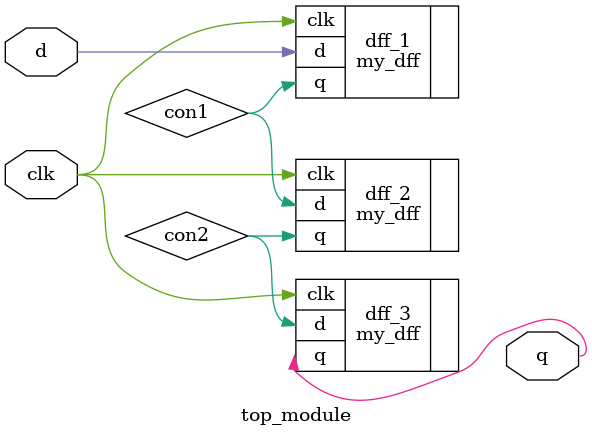
<source format=v>
module top_module ( input clk, input d, output q );
	wire con1, con2;
    my_dff dff_1(.clk(clk), .d(d), .q(con1));
    my_dff dff_2(.clk(clk), .d(con1), .q(con2));
    my_dff dff_3(.clk(clk), .d(con2), .q(q));
endmodule




</source>
